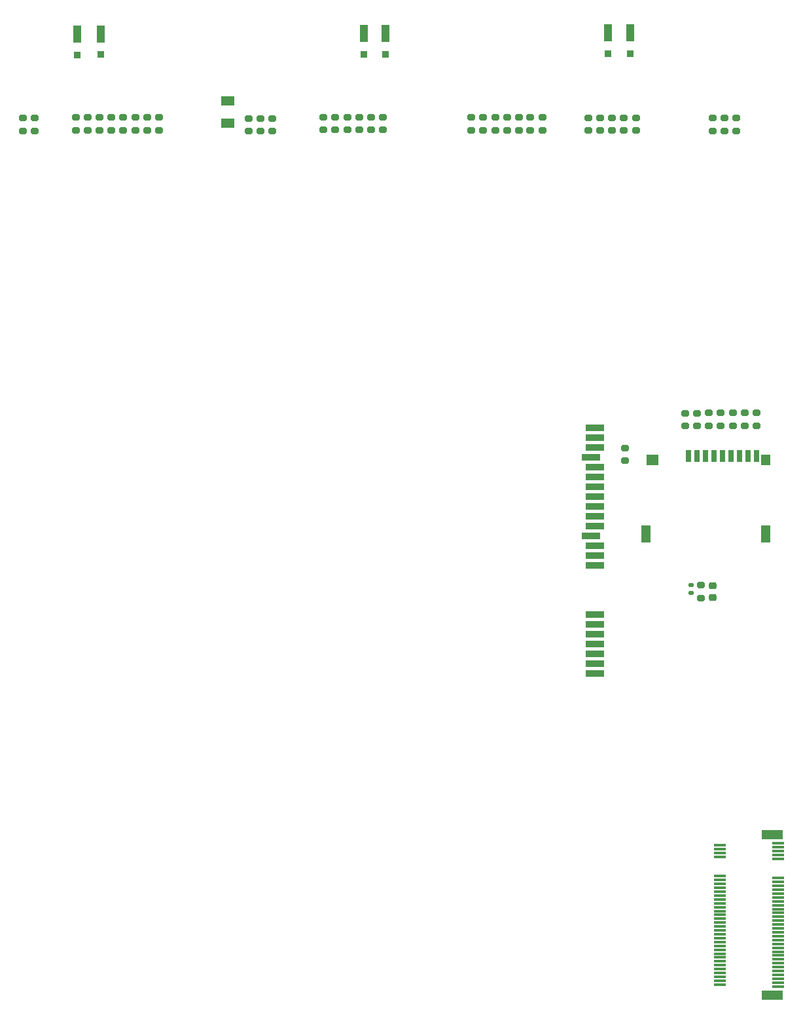
<source format=gbp>
G04 #@! TF.GenerationSoftware,KiCad,Pcbnew,8.0.0-rc1*
G04 #@! TF.CreationDate,2024-04-25T15:33:07+03:00*
G04 #@! TF.ProjectId,MXVR_3568_V4.0,4d585652-5f33-4353-9638-5f56342e302e,REV1*
G04 #@! TF.SameCoordinates,Original*
G04 #@! TF.FileFunction,Paste,Bot*
G04 #@! TF.FilePolarity,Positive*
%FSLAX46Y46*%
G04 Gerber Fmt 4.6, Leading zero omitted, Abs format (unit mm)*
G04 Created by KiCad (PCBNEW 8.0.0-rc1) date 2024-04-25 15:33:07*
%MOMM*%
%LPD*%
G01*
G04 APERTURE LIST*
G04 Aperture macros list*
%AMRoundRect*
0 Rectangle with rounded corners*
0 $1 Rounding radius*
0 $2 $3 $4 $5 $6 $7 $8 $9 X,Y pos of 4 corners*
0 Add a 4 corners polygon primitive as box body*
4,1,4,$2,$3,$4,$5,$6,$7,$8,$9,$2,$3,0*
0 Add four circle primitives for the rounded corners*
1,1,$1+$1,$2,$3*
1,1,$1+$1,$4,$5*
1,1,$1+$1,$6,$7*
1,1,$1+$1,$8,$9*
0 Add four rect primitives between the rounded corners*
20,1,$1+$1,$2,$3,$4,$5,0*
20,1,$1+$1,$4,$5,$6,$7,0*
20,1,$1+$1,$6,$7,$8,$9,0*
20,1,$1+$1,$8,$9,$2,$3,0*%
G04 Aperture macros list end*
%ADD10RoundRect,0.200000X-0.275000X0.200000X-0.275000X-0.200000X0.275000X-0.200000X0.275000X0.200000X0*%
%ADD11RoundRect,0.200000X0.275000X-0.200000X0.275000X0.200000X-0.275000X0.200000X-0.275000X-0.200000X0*%
%ADD12R,2.400000X0.900000*%
%ADD13R,1.120000X2.170000*%
%ADD14R,0.850000X0.850000*%
%ADD15R,1.800000X1.200000*%
%ADD16R,0.700000X1.600000*%
%ADD17R,1.200000X1.400000*%
%ADD18R,1.200000X2.200000*%
%ADD19R,1.600000X1.400000*%
%ADD20RoundRect,0.225000X-0.250000X0.225000X-0.250000X-0.225000X0.250000X-0.225000X0.250000X0.225000X0*%
%ADD21R,1.550000X0.300000*%
%ADD22R,2.750000X1.200000*%
%ADD23RoundRect,0.140000X-0.170000X0.140000X-0.170000X-0.140000X0.170000X-0.140000X0.170000X0.140000X0*%
G04 APERTURE END LIST*
D10*
X190250000Y-101865000D03*
X190250000Y-103515000D03*
D11*
X142920000Y-43015000D03*
X142920000Y-41365000D03*
D12*
X176480000Y-99315000D03*
X176480000Y-98035000D03*
X176480000Y-96765000D03*
X175980000Y-95495000D03*
X176480000Y-94225000D03*
X176480000Y-92955000D03*
X176480000Y-91685000D03*
X176480000Y-90415000D03*
X176480000Y-89145000D03*
X176480000Y-87875000D03*
X176480000Y-86605000D03*
X175980000Y-85335000D03*
X176480000Y-84065000D03*
X176480000Y-82795000D03*
X176480000Y-81525000D03*
X176480000Y-113275000D03*
X176480000Y-112005000D03*
X176480000Y-110735000D03*
X176480000Y-109465000D03*
X176480000Y-108195000D03*
X176480000Y-106925000D03*
X176480000Y-105655000D03*
D13*
X149435000Y-30562500D03*
D14*
X149435000Y-33242500D03*
D10*
X163600000Y-41410000D03*
X163600000Y-43060000D03*
D13*
X146625000Y-30562500D03*
D14*
X146625000Y-33242500D03*
D10*
X118590000Y-41395000D03*
X118590000Y-43045000D03*
X115490000Y-41415000D03*
X115490000Y-43065000D03*
X192780000Y-79590000D03*
X192780000Y-81240000D03*
D11*
X168160000Y-43050000D03*
X168160000Y-41400000D03*
D10*
X180260000Y-41450000D03*
X180260000Y-43100000D03*
X133240000Y-41545000D03*
X133240000Y-43195000D03*
D11*
X193280000Y-43130000D03*
X193280000Y-41480000D03*
X162060000Y-43060000D03*
X162060000Y-41410000D03*
X134770000Y-43195000D03*
X134770000Y-41545000D03*
D10*
X194800000Y-41480000D03*
X194800000Y-43130000D03*
X188160000Y-79625000D03*
X188160000Y-81275000D03*
D15*
X129037500Y-42137500D03*
X129037500Y-39237500D03*
D16*
X188580000Y-85130000D03*
X189680000Y-85130000D03*
X190780000Y-85130000D03*
X191880000Y-85130000D03*
X192980000Y-85130000D03*
X194080000Y-85130000D03*
X195180000Y-85130000D03*
X196280000Y-85130000D03*
X197380000Y-85130000D03*
D17*
X198580000Y-85630000D03*
D18*
X198580000Y-95230000D03*
X183080000Y-95230000D03*
D19*
X183980000Y-85630000D03*
D10*
X149055000Y-41355000D03*
X149055000Y-43005000D03*
X109340000Y-41405000D03*
X109340000Y-43055000D03*
X175680000Y-41440000D03*
X175680000Y-43090000D03*
X181820000Y-41450000D03*
X181820000Y-43100000D03*
D20*
X191780000Y-101920000D03*
X191780000Y-103470000D03*
D13*
X178190000Y-30480000D03*
D14*
X178190000Y-33160000D03*
D10*
X166640000Y-41415000D03*
X166640000Y-43065000D03*
D21*
X200184900Y-153715000D03*
X192634900Y-153465000D03*
X200184900Y-153215000D03*
X192634900Y-152965000D03*
X200184900Y-152715000D03*
X192634900Y-152465000D03*
X200184900Y-152215000D03*
X192634900Y-151965000D03*
X200184900Y-151715000D03*
X192634900Y-151465000D03*
X200184900Y-151215000D03*
X192634900Y-150965000D03*
X200184900Y-150715000D03*
X192634900Y-150465000D03*
X200184900Y-150215000D03*
X192634900Y-149965000D03*
X200184900Y-149715000D03*
X192634900Y-149465000D03*
X200184900Y-149215000D03*
X192634900Y-148965000D03*
X200184900Y-148715000D03*
X192634900Y-148465000D03*
X200184900Y-148215000D03*
X192634900Y-147965000D03*
X200184900Y-147715000D03*
X192634900Y-147465000D03*
X200184900Y-147215000D03*
X192634900Y-146965000D03*
X200184900Y-146715000D03*
X192634900Y-146465000D03*
X200184900Y-146215000D03*
X192634900Y-145965000D03*
X200184900Y-145715000D03*
X192634900Y-145465000D03*
X200184900Y-145215000D03*
X192634900Y-144965000D03*
X200184900Y-144715000D03*
X192634900Y-144465000D03*
X200184900Y-144215000D03*
X192634900Y-143965000D03*
X200184900Y-143715000D03*
X192634900Y-143465000D03*
X200184900Y-143215000D03*
X192634900Y-142965000D03*
X200184900Y-142715000D03*
X192634900Y-142465000D03*
X200184900Y-142215000D03*
X192634900Y-141965000D03*
X200184900Y-141715000D03*
X192634900Y-141465000D03*
X200184900Y-141215000D03*
X192634900Y-140965000D03*
X200184900Y-140715000D03*
X192634900Y-140465000D03*
X200184900Y-140215000D03*
X192634900Y-139965000D03*
X200184900Y-139715000D03*
X192634900Y-139465000D03*
X200184900Y-137215000D03*
X192634900Y-136965000D03*
X200184900Y-136715000D03*
X192634900Y-136465000D03*
X200184900Y-136215000D03*
X192634900Y-135965000D03*
X200184900Y-135715000D03*
X192634900Y-135465000D03*
X200184900Y-135215000D03*
D22*
X199409900Y-154815000D03*
X199409900Y-134115000D03*
D10*
X165120000Y-41410000D03*
X165120000Y-43060000D03*
X191750000Y-41480000D03*
X191750000Y-43130000D03*
X194330000Y-79590000D03*
X194330000Y-81240000D03*
X160540000Y-41400000D03*
X160540000Y-43050000D03*
X195870000Y-79590000D03*
X195870000Y-81240000D03*
X113940000Y-41405000D03*
X113940000Y-43055000D03*
X131710000Y-41530000D03*
X131710000Y-43180000D03*
X104050000Y-41480000D03*
X104050000Y-43130000D03*
X178730000Y-41440000D03*
X178730000Y-43090000D03*
D11*
X145995000Y-43020000D03*
X145995000Y-41370000D03*
X112410000Y-43045000D03*
X112410000Y-41395000D03*
D10*
X189700000Y-79615000D03*
X189700000Y-81265000D03*
X120150000Y-41395000D03*
X120150000Y-43045000D03*
D13*
X109545000Y-30622500D03*
D14*
X109545000Y-33302500D03*
D13*
X181050000Y-30460000D03*
D14*
X181050000Y-33140000D03*
D10*
X102490000Y-41490000D03*
X102490000Y-43140000D03*
D23*
X188960000Y-101870000D03*
X188960000Y-102830000D03*
D10*
X144465000Y-41370000D03*
X144465000Y-43020000D03*
D11*
X117050000Y-43045000D03*
X117050000Y-41395000D03*
D10*
X141380000Y-41365000D03*
X141380000Y-43015000D03*
X197400000Y-79585000D03*
X197400000Y-81235000D03*
X169710000Y-41400000D03*
X169710000Y-43050000D03*
D13*
X112580000Y-30610000D03*
D14*
X112580000Y-33290000D03*
D10*
X147515000Y-41355000D03*
X147515000Y-43005000D03*
D11*
X177190000Y-43090000D03*
X177190000Y-41440000D03*
D10*
X110880000Y-41405000D03*
X110880000Y-43055000D03*
X191230000Y-79605000D03*
X191230000Y-81255000D03*
D11*
X180420000Y-85755000D03*
X180420000Y-84105000D03*
M02*

</source>
